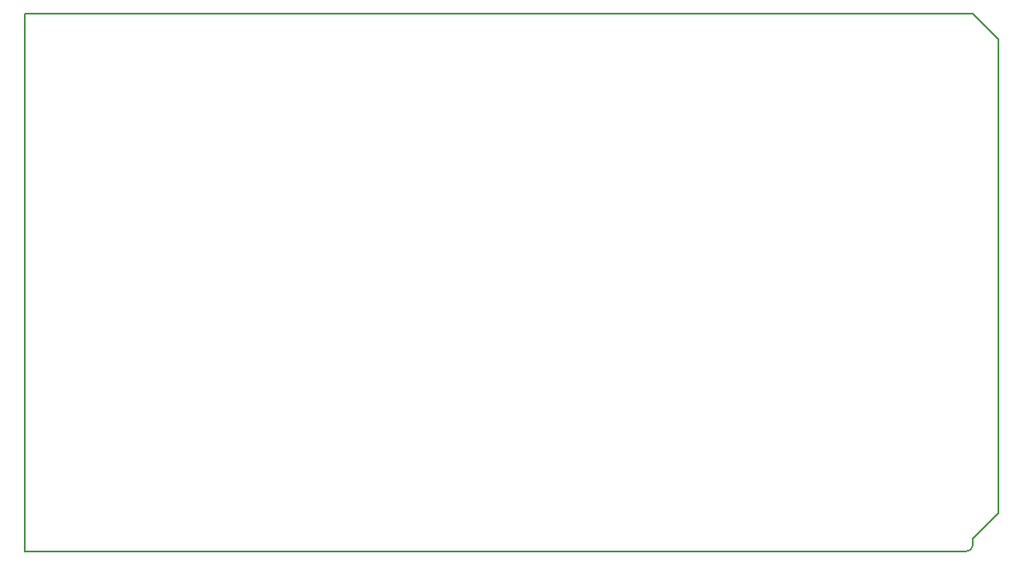
<source format=gm1>
G04 #@! TF.GenerationSoftware,KiCad,Pcbnew,(6.0.8)*
G04 #@! TF.CreationDate,2022-10-24T16:19:34-07:00*
G04 #@! TF.ProjectId,p_4,705f342e-6b69-4636-9164-5f7063625858,rev?*
G04 #@! TF.SameCoordinates,Original*
G04 #@! TF.FileFunction,Profile,NP*
%FSLAX46Y46*%
G04 Gerber Fmt 4.6, Leading zero omitted, Abs format (unit mm)*
G04 Created by KiCad (PCBNEW (6.0.8)) date 2022-10-24 16:19:34*
%MOMM*%
%LPD*%
G01*
G04 APERTURE LIST*
G04 #@! TA.AperFunction,Profile*
%ADD10C,0.150000*%
G04 #@! TD*
G04 APERTURE END LIST*
D10*
X105080000Y-100000000D02*
X105080000Y-46660000D01*
X201600000Y-61900000D02*
X201600000Y-96190000D01*
X201600000Y-49200000D02*
X199060000Y-46660000D01*
X198298000Y-100000000D02*
X105080000Y-100000000D01*
X105080000Y-46660000D02*
X196520000Y-46660000D01*
X201600000Y-96190000D02*
X199060000Y-98730000D01*
X198298000Y-100000000D02*
G75*
G03*
X199060000Y-99238000I0J762000D01*
G01*
X199060000Y-46660000D02*
X196520000Y-46660000D01*
X201600000Y-49200000D02*
X201600000Y-59360000D01*
X199060000Y-98730000D02*
X199060000Y-99238000D01*
X201600000Y-61900000D02*
X201600000Y-59360000D01*
M02*

</source>
